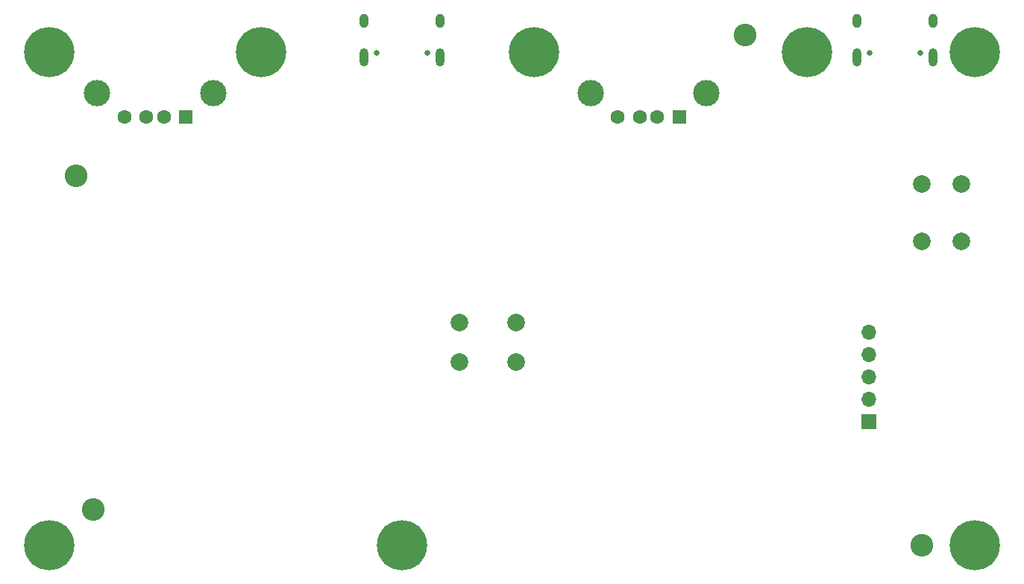
<source format=gbr>
%TF.GenerationSoftware,KiCad,Pcbnew,7.0.10*%
%TF.CreationDate,2024-01-15T00:01:57-05:00*%
%TF.ProjectId,Thinkpad-USB-keyboard-PCB,5468696e-6b70-4616-942d-5553422d6b65,rev?*%
%TF.SameCoordinates,Original*%
%TF.FileFunction,Soldermask,Bot*%
%TF.FilePolarity,Negative*%
%FSLAX46Y46*%
G04 Gerber Fmt 4.6, Leading zero omitted, Abs format (unit mm)*
G04 Created by KiCad (PCBNEW 7.0.10) date 2024-01-15 00:01:57*
%MOMM*%
%LPD*%
G01*
G04 APERTURE LIST*
%ADD10C,5.700000*%
%ADD11R,1.600000X1.500000*%
%ADD12C,1.600000*%
%ADD13C,3.000000*%
%ADD14C,0.650000*%
%ADD15O,1.000000X2.100000*%
%ADD16O,1.000000X1.600000*%
%ADD17C,2.582000*%
%ADD18R,1.700000X1.700000*%
%ADD19O,1.700000X1.700000*%
%ADD20C,2.000000*%
G04 APERTURE END LIST*
D10*
%TO.C,H8*%
X0Y-58000000D03*
%TD*%
D11*
%TO.C,J2*%
X-24500000Y-9360000D03*
D12*
X-27000000Y-9360000D03*
X-29000000Y-9360000D03*
X-31500000Y-9360000D03*
D13*
X-21430000Y-6650000D03*
X-34570000Y-6650000D03*
%TD*%
D10*
%TO.C,H7*%
X65000000Y-58000000D03*
%TD*%
D14*
%TO.C,J7*%
X58890000Y-2040000D03*
X53110000Y-2040000D03*
D15*
X60320000Y-2570000D03*
D16*
X60320000Y1610000D03*
D15*
X51680000Y-2570000D03*
D16*
X51680000Y1610000D03*
%TD*%
D17*
%TO.C,H12*%
X-35000000Y-54000000D03*
%TD*%
D10*
%TO.C,H6*%
X-40000000Y-58000000D03*
%TD*%
%TO.C,H3*%
X15000000Y-2000000D03*
%TD*%
%TO.C,H4*%
X46000000Y-2000000D03*
%TD*%
D17*
%TO.C,H10*%
X59000000Y-58000000D03*
%TD*%
D11*
%TO.C,J3*%
X31500000Y-9360000D03*
D12*
X29000000Y-9360000D03*
X27000000Y-9360000D03*
X24500000Y-9360000D03*
D13*
X34570000Y-6650000D03*
X21430000Y-6650000D03*
%TD*%
D10*
%TO.C,H5*%
X65000000Y-2000000D03*
%TD*%
%TO.C,H1*%
X-40000000Y-2000000D03*
%TD*%
D14*
%TO.C,J1*%
X2890000Y-2040000D03*
X-2890000Y-2040000D03*
D15*
X4320000Y-2570000D03*
D16*
X4320000Y1610000D03*
D15*
X-4320000Y-2570000D03*
D16*
X-4320000Y1610000D03*
%TD*%
D18*
%TO.C,J4*%
X53000000Y-44000000D03*
D19*
X53000000Y-41460000D03*
X53000000Y-38920000D03*
X53000000Y-36380000D03*
X53000000Y-33840000D03*
%TD*%
D17*
%TO.C,H9*%
X39000000Y0D03*
%TD*%
D10*
%TO.C,H2*%
X-16000000Y-2000000D03*
%TD*%
D17*
%TO.C,H11*%
X-37000000Y-16000000D03*
%TD*%
D20*
%TO.C,SW3*%
X13000000Y-32700000D03*
X6500000Y-32700000D03*
X13000000Y-37200000D03*
X6500000Y-37200000D03*
%TD*%
%TO.C,SW1*%
X59000000Y-17000000D03*
X59000000Y-23500000D03*
X63500000Y-17000000D03*
X63500000Y-23500000D03*
%TD*%
M02*

</source>
